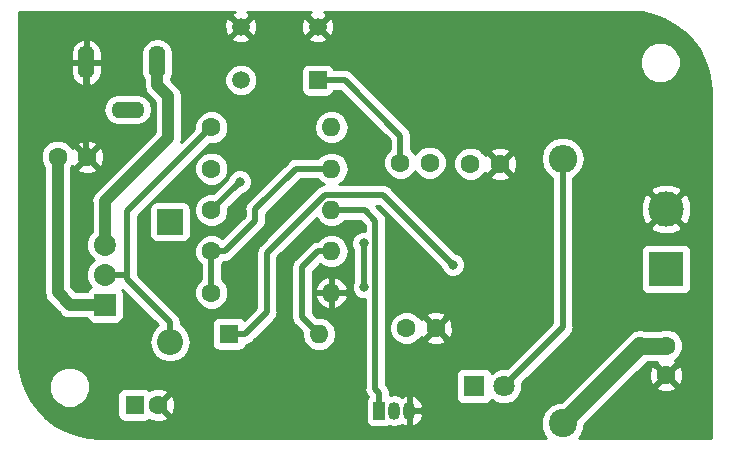
<source format=gbr>
G04 #@! TF.GenerationSoftware,KiCad,Pcbnew,(5.0.1)-3*
G04 #@! TF.CreationDate,2021-02-18T11:14:39+05:45*
G04 #@! TF.ProjectId,Battery-Charger,426174746572792D436861726765722E,rev?*
G04 #@! TF.SameCoordinates,Original*
G04 #@! TF.FileFunction,Copper,L2,Bot,Signal*
G04 #@! TF.FilePolarity,Positive*
%FSLAX46Y46*%
G04 Gerber Fmt 4.6, Leading zero omitted, Abs format (unit mm)*
G04 Created by KiCad (PCBNEW (5.0.1)-3) date 2/18/2021 11:14:39 AM*
%MOMM*%
%LPD*%
G01*
G04 APERTURE LIST*
G04 #@! TA.AperFunction,ComponentPad*
%ADD10C,1.600000*%
G04 #@! TD*
G04 #@! TA.AperFunction,ComponentPad*
%ADD11R,1.600000X1.600000*%
G04 #@! TD*
G04 #@! TA.AperFunction,ComponentPad*
%ADD12R,2.200000X2.200000*%
G04 #@! TD*
G04 #@! TA.AperFunction,ComponentPad*
%ADD13O,2.200000X2.200000*%
G04 #@! TD*
G04 #@! TA.AperFunction,ComponentPad*
%ADD14R,1.800000X1.800000*%
G04 #@! TD*
G04 #@! TA.AperFunction,ComponentPad*
%ADD15C,1.800000*%
G04 #@! TD*
G04 #@! TA.AperFunction,ComponentPad*
%ADD16O,1.600000X1.600000*%
G04 #@! TD*
G04 #@! TA.AperFunction,ComponentPad*
%ADD17R,3.000000X3.000000*%
G04 #@! TD*
G04 #@! TA.AperFunction,ComponentPad*
%ADD18C,3.000000*%
G04 #@! TD*
G04 #@! TA.AperFunction,ComponentPad*
%ADD19O,1.400000X2.800000*%
G04 #@! TD*
G04 #@! TA.AperFunction,ComponentPad*
%ADD20O,2.800000X1.400000*%
G04 #@! TD*
G04 #@! TA.AperFunction,ComponentPad*
%ADD21O,1.050000X1.500000*%
G04 #@! TD*
G04 #@! TA.AperFunction,ComponentPad*
%ADD22R,1.050000X1.500000*%
G04 #@! TD*
G04 #@! TA.AperFunction,ComponentPad*
%ADD23R,1.860000X1.860000*%
G04 #@! TD*
G04 #@! TA.AperFunction,ComponentPad*
%ADD24C,1.860000*%
G04 #@! TD*
G04 #@! TA.AperFunction,ComponentPad*
%ADD25C,1.498000*%
G04 #@! TD*
G04 #@! TA.AperFunction,ComponentPad*
%ADD26R,1.498000X1.498000*%
G04 #@! TD*
G04 #@! TA.AperFunction,ComponentPad*
%ADD27C,2.400000*%
G04 #@! TD*
G04 #@! TA.AperFunction,ComponentPad*
%ADD28O,2.400000X2.400000*%
G04 #@! TD*
G04 #@! TA.AperFunction,ViaPad*
%ADD29C,0.800000*%
G04 #@! TD*
G04 #@! TA.AperFunction,Conductor*
%ADD30C,0.550000*%
G04 #@! TD*
G04 #@! TA.AperFunction,Conductor*
%ADD31C,1.000000*%
G04 #@! TD*
G04 #@! TA.AperFunction,Conductor*
%ADD32C,1.500000*%
G04 #@! TD*
G04 #@! TA.AperFunction,Conductor*
%ADD33C,1.400000*%
G04 #@! TD*
G04 #@! TA.AperFunction,Conductor*
%ADD34C,0.254000*%
G04 #@! TD*
G04 APERTURE END LIST*
D10*
G04 #@! TO.P,C1,2*
G04 #@! TO.N,GND*
X132500000Y-101500000D03*
D11*
G04 #@! TO.P,C1,1*
G04 #@! TO.N,Net-(C1-Pad1)*
X130500000Y-101500000D03*
G04 #@! TD*
D12*
G04 #@! TO.P,D1,1*
G04 #@! TO.N,Net-(D1-Pad1)*
X133500000Y-86000000D03*
D13*
G04 #@! TO.P,D1,2*
G04 #@! TO.N,Net-(C1-Pad1)*
X133500000Y-96160000D03*
G04 #@! TD*
D14*
G04 #@! TO.P,D2,1*
G04 #@! TO.N,Net-(D2-Pad1)*
X159230000Y-99920000D03*
D15*
G04 #@! TO.P,D2,2*
G04 #@! TO.N,Net-(C1-Pad1)*
X161770000Y-99920000D03*
G04 #@! TD*
D11*
G04 #@! TO.P,D3,1*
G04 #@! TO.N,Net-(D3-Pad1)*
X138500000Y-95500000D03*
D16*
G04 #@! TO.P,D3,2*
G04 #@! TO.N,Net-(D3-Pad2)*
X146120000Y-95500000D03*
G04 #@! TD*
D17*
G04 #@! TO.P,J1,1*
G04 #@! TO.N,Net-(C3-Pad1)*
X175500000Y-90000000D03*
D18*
G04 #@! TO.P,J1,2*
G04 #@! TO.N,GND*
X175500000Y-84920000D03*
G04 #@! TD*
D19*
G04 #@! TO.P,J2,2*
G04 #@! TO.N,GND*
X126420000Y-72500000D03*
G04 #@! TO.P,J2,1*
G04 #@! TO.N,Net-(D1-Pad1)*
X132420000Y-72500000D03*
D20*
G04 #@! TO.P,J2,3*
G04 #@! TO.N,N/C*
X129920000Y-76500000D03*
G04 #@! TD*
D21*
G04 #@! TO.P,Q1,2*
G04 #@! TO.N,Net-(D3-Pad2)*
X152500000Y-102000000D03*
G04 #@! TO.P,Q1,3*
G04 #@! TO.N,GND*
X153770000Y-102000000D03*
D22*
G04 #@! TO.P,Q1,1*
G04 #@! TO.N,Net-(Q1-Pad1)*
X151230000Y-102000000D03*
G04 #@! TD*
D16*
G04 #@! TO.P,R2,2*
G04 #@! TO.N,Net-(C5-Pad1)*
X147160000Y-78000000D03*
D10*
G04 #@! TO.P,R2,1*
G04 #@! TO.N,Net-(C1-Pad1)*
X137000000Y-78000000D03*
G04 #@! TD*
G04 #@! TO.P,R3,1*
G04 #@! TO.N,Net-(C5-Pad1)*
X137000000Y-81500000D03*
D16*
G04 #@! TO.P,R3,2*
G04 #@! TO.N,Net-(C2-Pad1)*
X147160000Y-81500000D03*
G04 #@! TD*
D10*
G04 #@! TO.P,R4,1*
G04 #@! TO.N,Net-(D2-Pad1)*
X137000000Y-85000000D03*
D16*
G04 #@! TO.P,R4,2*
G04 #@! TO.N,Net-(Q1-Pad1)*
X147160000Y-85000000D03*
G04 #@! TD*
D10*
G04 #@! TO.P,R5,1*
G04 #@! TO.N,Net-(C2-Pad1)*
X137000000Y-88500000D03*
D16*
G04 #@! TO.P,R5,2*
G04 #@! TO.N,Net-(D3-Pad2)*
X147160000Y-88500000D03*
G04 #@! TD*
G04 #@! TO.P,R6,2*
G04 #@! TO.N,GND*
X147160000Y-92000000D03*
D10*
G04 #@! TO.P,R6,1*
G04 #@! TO.N,Net-(C2-Pad1)*
X137000000Y-92000000D03*
G04 #@! TD*
D23*
G04 #@! TO.P,U1,1*
G04 #@! TO.N,Net-(C2-Pad1)*
X128000000Y-93040000D03*
D24*
G04 #@! TO.P,U1,2*
G04 #@! TO.N,Net-(C1-Pad1)*
X128000000Y-90500000D03*
G04 #@! TO.P,U1,3*
G04 #@! TO.N,Net-(D1-Pad1)*
X128000000Y-87960000D03*
G04 #@! TD*
D10*
G04 #@! TO.P,C2,1*
G04 #@! TO.N,Net-(C2-Pad1)*
X124000000Y-80500000D03*
G04 #@! TO.P,C2,2*
G04 #@! TO.N,GND*
X126500000Y-80500000D03*
G04 #@! TD*
G04 #@! TO.P,C3,1*
G04 #@! TO.N,Net-(C3-Pad1)*
X175500000Y-96500000D03*
G04 #@! TO.P,C3,2*
G04 #@! TO.N,GND*
X175500000Y-99000000D03*
G04 #@! TD*
G04 #@! TO.P,C4,2*
G04 #@! TO.N,Net-(C4-Pad2)*
X155500000Y-81000000D03*
G04 #@! TO.P,C4,1*
G04 #@! TO.N,Net-(C4-Pad1)*
X153000000Y-81000000D03*
G04 #@! TD*
D25*
G04 #@! TO.P,SW1,3*
G04 #@! TO.N,GND*
X146000000Y-69500000D03*
D26*
G04 #@! TO.P,SW1,1*
G04 #@! TO.N,Net-(C4-Pad1)*
X146000000Y-74000000D03*
D25*
G04 #@! TO.P,SW1,4*
G04 #@! TO.N,GND*
X139500000Y-69500000D03*
G04 #@! TO.P,SW1,2*
G04 #@! TO.N,Net-(C4-Pad1)*
X139500000Y-74000000D03*
G04 #@! TD*
D27*
G04 #@! TO.P,R1,1*
G04 #@! TO.N,Net-(C3-Pad1)*
X166750000Y-103070000D03*
D28*
G04 #@! TO.P,R1,2*
G04 #@! TO.N,Net-(C1-Pad1)*
X166750000Y-80670000D03*
G04 #@! TD*
D10*
G04 #@! TO.P,C5,2*
G04 #@! TO.N,GND*
X156000000Y-95000000D03*
G04 #@! TO.P,C5,1*
G04 #@! TO.N,Net-(C5-Pad1)*
X153500000Y-95000000D03*
G04 #@! TD*
G04 #@! TO.P,C6,1*
G04 #@! TO.N,Net-(C1-Pad1)*
X158940000Y-81090000D03*
G04 #@! TO.P,C6,2*
G04 #@! TO.N,GND*
X161440000Y-81090000D03*
G04 #@! TD*
D29*
G04 #@! TO.N,Net-(D2-Pad1)*
X139400000Y-82610000D03*
G04 #@! TO.N,Net-(D3-Pad1)*
X157458500Y-89635000D03*
G04 #@! TO.N,Net-(C5-Pad1)*
X149930000Y-91540000D03*
X149893719Y-87806281D03*
G04 #@! TD*
D30*
G04 #@! TO.N,GND*
X126420000Y-72500000D02*
X126420000Y-80420000D01*
X126420000Y-80420000D02*
X126500000Y-80500000D01*
G04 #@! TO.N,Net-(C1-Pad1)*
X129874600Y-90500000D02*
X129874600Y-90884600D01*
X129874600Y-90884600D02*
X133500000Y-94510000D01*
X137000000Y-78000000D02*
X129874600Y-85125400D01*
X129874600Y-85125400D02*
X129874600Y-90500000D01*
X129874600Y-90500000D02*
X128000000Y-90500000D01*
X166750000Y-80670000D02*
X166750000Y-94940000D01*
X166750000Y-94940000D02*
X161770000Y-99920000D01*
X133500000Y-96160000D02*
X133500000Y-94510000D01*
G04 #@! TO.N,Net-(C2-Pad1)*
X137000000Y-88500000D02*
X137000000Y-92000000D01*
D31*
X128000000Y-93040000D02*
X125050000Y-93040000D01*
X124000000Y-91990000D02*
X124000000Y-87450000D01*
X125050000Y-93040000D02*
X124000000Y-91990000D01*
X124000000Y-87450000D02*
X124000000Y-80500000D01*
D30*
X138131370Y-88500000D02*
X140730000Y-85901370D01*
X137000000Y-88500000D02*
X138131370Y-88500000D01*
X140730000Y-84960000D02*
X144190000Y-81500000D01*
X140730000Y-85901370D02*
X140730000Y-84960000D01*
X144190000Y-81500000D02*
X147160000Y-81500000D01*
D32*
G04 #@! TO.N,Net-(C3-Pad1)*
X166750000Y-103070000D02*
X173320000Y-96500000D01*
D33*
X173320000Y-96500000D02*
X175500000Y-96500000D01*
D30*
G04 #@! TO.N,Net-(C4-Pad1)*
X146000000Y-74000000D02*
X148290000Y-74000000D01*
X153000000Y-78710000D02*
X153000000Y-81000000D01*
X148290000Y-74000000D02*
X153000000Y-78710000D01*
D31*
G04 #@! TO.N,Net-(D1-Pad1)*
X132420000Y-74450000D02*
X133360000Y-75390000D01*
X132420000Y-72500000D02*
X132420000Y-74450000D01*
X133360000Y-75390000D02*
X133360000Y-78910000D01*
X128000000Y-84270000D02*
X128000000Y-87960000D01*
X133360000Y-78910000D02*
X128000000Y-84270000D01*
D30*
G04 #@! TO.N,Net-(D2-Pad1)*
X137000000Y-85000000D02*
X137010000Y-85000000D01*
X137010000Y-85000000D02*
X139400000Y-82610000D01*
G04 #@! TO.N,Net-(D3-Pad1)*
X151541500Y-83718000D02*
X157458500Y-89635000D01*
X146614300Y-83718000D02*
X151541500Y-83718000D01*
X141690000Y-88642300D02*
X146614300Y-83718000D01*
X141690000Y-93660000D02*
X141690000Y-88642300D01*
X139850000Y-95500000D02*
X141690000Y-93660000D01*
X138500000Y-95500000D02*
X139850000Y-95500000D01*
G04 #@! TO.N,Net-(D3-Pad2)*
X146028630Y-88500000D02*
X144690000Y-89838630D01*
X147160000Y-88500000D02*
X146028630Y-88500000D01*
X144690000Y-94070000D02*
X146120000Y-95500000D01*
X144690000Y-89838630D02*
X144690000Y-94070000D01*
G04 #@! TO.N,Net-(Q1-Pad1)*
X151230000Y-100490000D02*
X151230000Y-102000000D01*
X150900000Y-100160000D02*
X151230000Y-100490000D01*
X150900000Y-85900000D02*
X150900000Y-100160000D01*
X150000000Y-85000000D02*
X150900000Y-85900000D01*
X147160000Y-85000000D02*
X150000000Y-85000000D01*
G04 #@! TO.N,Net-(C5-Pad1)*
X149930000Y-91540000D02*
X149930000Y-87842562D01*
X149930000Y-87842562D02*
X149893719Y-87806281D01*
G04 #@! TD*
D34*
G04 #@! TO.N,GND*
G36*
X138776679Y-68288370D02*
X138708813Y-68529207D01*
X139500000Y-69320395D01*
X140291187Y-68529207D01*
X140223321Y-68288370D01*
X140003068Y-68210000D01*
X145465879Y-68210000D01*
X145276679Y-68288370D01*
X145208813Y-68529207D01*
X146000000Y-69320395D01*
X146791187Y-68529207D01*
X146723321Y-68288370D01*
X146503068Y-68210000D01*
X172474281Y-68210000D01*
X173479908Y-68282967D01*
X174439294Y-68494780D01*
X175358047Y-68842864D01*
X176216931Y-69319931D01*
X176997953Y-69915988D01*
X177684751Y-70618548D01*
X178262934Y-71412889D01*
X178720391Y-72282374D01*
X179047546Y-73208797D01*
X179238318Y-74176700D01*
X179290000Y-75021698D01*
X179290001Y-104290000D01*
X168125082Y-104290000D01*
X168305638Y-104109444D01*
X168585000Y-103435004D01*
X168585000Y-103193685D01*
X171770940Y-100007745D01*
X174671861Y-100007745D01*
X174745995Y-100253864D01*
X175283223Y-100446965D01*
X175853454Y-100419778D01*
X176254005Y-100253864D01*
X176328139Y-100007745D01*
X175500000Y-99179605D01*
X174671861Y-100007745D01*
X171770940Y-100007745D01*
X172995462Y-98783223D01*
X174053035Y-98783223D01*
X174080222Y-99353454D01*
X174246136Y-99754005D01*
X174492255Y-99828139D01*
X175320395Y-99000000D01*
X175679605Y-99000000D01*
X176507745Y-99828139D01*
X176753864Y-99754005D01*
X176946965Y-99216777D01*
X176919778Y-98646546D01*
X176753864Y-98245995D01*
X176507745Y-98171861D01*
X175679605Y-99000000D01*
X175320395Y-99000000D01*
X174492255Y-98171861D01*
X174246136Y-98245995D01*
X174053035Y-98783223D01*
X172995462Y-98783223D01*
X173943686Y-97835000D01*
X174719228Y-97835000D01*
X174671861Y-97992255D01*
X175500000Y-98820395D01*
X176328139Y-97992255D01*
X176254005Y-97746136D01*
X176247254Y-97743710D01*
X176312862Y-97716534D01*
X176716534Y-97312862D01*
X176935000Y-96785439D01*
X176935000Y-96214561D01*
X176716534Y-95687138D01*
X176312862Y-95283466D01*
X175785439Y-95065000D01*
X175214561Y-95065000D01*
X174973140Y-95165000D01*
X173707770Y-95165000D01*
X173319999Y-95087867D01*
X172779599Y-95195360D01*
X172437111Y-95424203D01*
X166626315Y-101235000D01*
X166384996Y-101235000D01*
X165710556Y-101514362D01*
X165194362Y-102030556D01*
X164915000Y-102704996D01*
X164915000Y-103435004D01*
X165194362Y-104109444D01*
X165374918Y-104290000D01*
X127525719Y-104290000D01*
X126520093Y-104217033D01*
X125560710Y-104005222D01*
X124641953Y-103657136D01*
X123783069Y-103180069D01*
X123002046Y-102584011D01*
X122315249Y-101881452D01*
X121737068Y-101087113D01*
X121279609Y-100217625D01*
X121080885Y-99654887D01*
X123265000Y-99654887D01*
X123265000Y-100345113D01*
X123529138Y-100982799D01*
X124017201Y-101470862D01*
X124654887Y-101735000D01*
X125345113Y-101735000D01*
X125982799Y-101470862D01*
X126470862Y-100982799D01*
X126588001Y-100700000D01*
X129052560Y-100700000D01*
X129052560Y-102300000D01*
X129101843Y-102547765D01*
X129242191Y-102757809D01*
X129452235Y-102898157D01*
X129700000Y-102947440D01*
X131300000Y-102947440D01*
X131547765Y-102898157D01*
X131757516Y-102758005D01*
X132283223Y-102946965D01*
X132853454Y-102919778D01*
X133254005Y-102753864D01*
X133328139Y-102507745D01*
X132500000Y-101679605D01*
X132485858Y-101693748D01*
X132306253Y-101514143D01*
X132320395Y-101500000D01*
X132679605Y-101500000D01*
X133507745Y-102328139D01*
X133753864Y-102254005D01*
X133946965Y-101716777D01*
X133919778Y-101146546D01*
X133753864Y-100745995D01*
X133507745Y-100671861D01*
X132679605Y-101500000D01*
X132320395Y-101500000D01*
X132306253Y-101485858D01*
X132485858Y-101306252D01*
X132500000Y-101320395D01*
X133328139Y-100492255D01*
X133254005Y-100246136D01*
X132716777Y-100053035D01*
X132146546Y-100080222D01*
X131756933Y-100241605D01*
X131547765Y-100101843D01*
X131300000Y-100052560D01*
X129700000Y-100052560D01*
X129452235Y-100101843D01*
X129242191Y-100242191D01*
X129101843Y-100452235D01*
X129052560Y-100700000D01*
X126588001Y-100700000D01*
X126735000Y-100345113D01*
X126735000Y-99654887D01*
X126470862Y-99017201D01*
X125982799Y-98529138D01*
X125345113Y-98265000D01*
X124654887Y-98265000D01*
X124017201Y-98529138D01*
X123529138Y-99017201D01*
X123265000Y-99654887D01*
X121080885Y-99654887D01*
X120952454Y-99291203D01*
X120761682Y-98323300D01*
X120710000Y-97478302D01*
X120710000Y-80214561D01*
X122565000Y-80214561D01*
X122565000Y-80785439D01*
X122783466Y-81312862D01*
X122865001Y-81394397D01*
X122865000Y-87561782D01*
X122865001Y-87561787D01*
X122865000Y-91878217D01*
X122842765Y-91990000D01*
X122888855Y-92221711D01*
X122930854Y-92432854D01*
X123181711Y-92808289D01*
X123276481Y-92871613D01*
X124168389Y-93763521D01*
X124231711Y-93858289D01*
X124607145Y-94109146D01*
X124938217Y-94175000D01*
X125049999Y-94197235D01*
X125161781Y-94175000D01*
X126463337Y-94175000D01*
X126471843Y-94217765D01*
X126612191Y-94427809D01*
X126822235Y-94568157D01*
X127070000Y-94617440D01*
X128930000Y-94617440D01*
X129177765Y-94568157D01*
X129387809Y-94427809D01*
X129528157Y-94217765D01*
X129577440Y-93970000D01*
X129577440Y-92110000D01*
X129528157Y-91862235D01*
X129453358Y-91750291D01*
X132466777Y-94763711D01*
X132249135Y-94909135D01*
X131865666Y-95483037D01*
X131731010Y-96160000D01*
X131865666Y-96836963D01*
X132249135Y-97410865D01*
X132823037Y-97794334D01*
X133329120Y-97895000D01*
X133670880Y-97895000D01*
X134176963Y-97794334D01*
X134750865Y-97410865D01*
X135134334Y-96836963D01*
X135268990Y-96160000D01*
X135134334Y-95483037D01*
X134750865Y-94909135D01*
X134410000Y-94681376D01*
X134410000Y-94599622D01*
X134427827Y-94510000D01*
X134357200Y-94154936D01*
X134326604Y-94109146D01*
X134156073Y-93853927D01*
X134080093Y-93803159D01*
X130798197Y-90521264D01*
X130802427Y-90500000D01*
X130784600Y-90410378D01*
X130784600Y-88214561D01*
X135565000Y-88214561D01*
X135565000Y-88785439D01*
X135783466Y-89312862D01*
X136090000Y-89619396D01*
X136090001Y-90880603D01*
X135783466Y-91187138D01*
X135565000Y-91714561D01*
X135565000Y-92285439D01*
X135783466Y-92812862D01*
X136187138Y-93216534D01*
X136714561Y-93435000D01*
X137285439Y-93435000D01*
X137812862Y-93216534D01*
X138216534Y-92812862D01*
X138435000Y-92285439D01*
X138435000Y-91714561D01*
X138216534Y-91187138D01*
X137910000Y-90880604D01*
X137910000Y-89619396D01*
X138106513Y-89422883D01*
X138131370Y-89427827D01*
X138220992Y-89410000D01*
X138486434Y-89357200D01*
X138787443Y-89156073D01*
X138838213Y-89080090D01*
X141310093Y-86608211D01*
X141386073Y-86557443D01*
X141587200Y-86256434D01*
X141640000Y-85990992D01*
X141640000Y-85990991D01*
X141657827Y-85901370D01*
X141640000Y-85811748D01*
X141640000Y-85336933D01*
X144566934Y-82410000D01*
X146042183Y-82410000D01*
X146125423Y-82534577D01*
X146532347Y-82806475D01*
X146524678Y-82808000D01*
X146259236Y-82860800D01*
X145958227Y-83061927D01*
X145907459Y-83137907D01*
X141109908Y-87935459D01*
X141033928Y-87986227D01*
X140927882Y-88144937D01*
X140832800Y-88287237D01*
X140762173Y-88642300D01*
X140780001Y-88731927D01*
X140780000Y-93283066D01*
X139783070Y-94279997D01*
X139757809Y-94242191D01*
X139547765Y-94101843D01*
X139300000Y-94052560D01*
X137700000Y-94052560D01*
X137452235Y-94101843D01*
X137242191Y-94242191D01*
X137101843Y-94452235D01*
X137052560Y-94700000D01*
X137052560Y-96300000D01*
X137101843Y-96547765D01*
X137242191Y-96757809D01*
X137452235Y-96898157D01*
X137700000Y-96947440D01*
X139300000Y-96947440D01*
X139547765Y-96898157D01*
X139757809Y-96757809D01*
X139898157Y-96547765D01*
X139924981Y-96412912D01*
X139939622Y-96410000D01*
X140205064Y-96357200D01*
X140506073Y-96156073D01*
X140556843Y-96080090D01*
X142270093Y-94366841D01*
X142346073Y-94316073D01*
X142547200Y-94015064D01*
X142600000Y-93749622D01*
X142600000Y-93749621D01*
X142617827Y-93660000D01*
X142600000Y-93570378D01*
X142600000Y-89838630D01*
X143762173Y-89838630D01*
X143780000Y-89928252D01*
X143780001Y-93980374D01*
X143762173Y-94070000D01*
X143832800Y-94425063D01*
X143832801Y-94425064D01*
X144033928Y-94726073D01*
X144109908Y-94776841D01*
X144686117Y-95353051D01*
X144656887Y-95500000D01*
X144768260Y-96059909D01*
X145085423Y-96534577D01*
X145560091Y-96851740D01*
X145978667Y-96935000D01*
X146261333Y-96935000D01*
X146679909Y-96851740D01*
X147154577Y-96534577D01*
X147471740Y-96059909D01*
X147583113Y-95500000D01*
X147471740Y-94940091D01*
X147154577Y-94465423D01*
X146679909Y-94148260D01*
X146261333Y-94065000D01*
X145978667Y-94065000D01*
X145973051Y-94066117D01*
X145600000Y-93693067D01*
X145600000Y-92349039D01*
X145768096Y-92349039D01*
X145928959Y-92737423D01*
X146304866Y-93152389D01*
X146810959Y-93391914D01*
X147033000Y-93270629D01*
X147033000Y-92127000D01*
X147287000Y-92127000D01*
X147287000Y-93270629D01*
X147509041Y-93391914D01*
X148015134Y-93152389D01*
X148391041Y-92737423D01*
X148551904Y-92349039D01*
X148429915Y-92127000D01*
X147287000Y-92127000D01*
X147033000Y-92127000D01*
X145890085Y-92127000D01*
X145768096Y-92349039D01*
X145600000Y-92349039D01*
X145600000Y-91650961D01*
X145768096Y-91650961D01*
X145890085Y-91873000D01*
X147033000Y-91873000D01*
X147033000Y-90729371D01*
X147287000Y-90729371D01*
X147287000Y-91873000D01*
X148429915Y-91873000D01*
X148551904Y-91650961D01*
X148391041Y-91262577D01*
X148015134Y-90847611D01*
X147509041Y-90608086D01*
X147287000Y-90729371D01*
X147033000Y-90729371D01*
X146810959Y-90608086D01*
X146304866Y-90847611D01*
X145928959Y-91262577D01*
X145768096Y-91650961D01*
X145600000Y-91650961D01*
X145600000Y-90215563D01*
X146218677Y-89596887D01*
X146600091Y-89851740D01*
X147018667Y-89935000D01*
X147301333Y-89935000D01*
X147719909Y-89851740D01*
X148194577Y-89534577D01*
X148511740Y-89059909D01*
X148623113Y-88500000D01*
X148511740Y-87940091D01*
X148194577Y-87465423D01*
X147719909Y-87148260D01*
X147301333Y-87065000D01*
X147018667Y-87065000D01*
X146600091Y-87148260D01*
X146125423Y-87465423D01*
X146051107Y-87576644D01*
X146028630Y-87572173D01*
X145939008Y-87590000D01*
X145673566Y-87642800D01*
X145372557Y-87843927D01*
X145321790Y-87919906D01*
X144109910Y-89131787D01*
X144033927Y-89182557D01*
X143881956Y-89410000D01*
X143832800Y-89483567D01*
X143762173Y-89838630D01*
X142600000Y-89838630D01*
X142600000Y-89019233D01*
X145908822Y-85710411D01*
X146125423Y-86034577D01*
X146600091Y-86351740D01*
X147018667Y-86435000D01*
X147301333Y-86435000D01*
X147719909Y-86351740D01*
X148194577Y-86034577D01*
X148277817Y-85910000D01*
X149623067Y-85910000D01*
X149990000Y-86276934D01*
X149990000Y-86771281D01*
X149687845Y-86771281D01*
X149307439Y-86928850D01*
X149016288Y-87220001D01*
X148858719Y-87600407D01*
X148858719Y-88012155D01*
X149016288Y-88392561D01*
X149020001Y-88396274D01*
X149020000Y-91032348D01*
X148895000Y-91334126D01*
X148895000Y-91745874D01*
X149052569Y-92126280D01*
X149343720Y-92417431D01*
X149724126Y-92575000D01*
X149990000Y-92575000D01*
X149990001Y-100070373D01*
X149972173Y-100160000D01*
X150042800Y-100515063D01*
X150101264Y-100602560D01*
X150237581Y-100806574D01*
X150106843Y-101002235D01*
X150057560Y-101250000D01*
X150057560Y-102750000D01*
X150106843Y-102997765D01*
X150247191Y-103207809D01*
X150457235Y-103348157D01*
X150705000Y-103397440D01*
X151755000Y-103397440D01*
X152002765Y-103348157D01*
X152048134Y-103317842D01*
X152500000Y-103407725D01*
X152952609Y-103317695D01*
X153144996Y-103189146D01*
X153402664Y-103335266D01*
X153464190Y-103343964D01*
X153643000Y-103218163D01*
X153643000Y-102424709D01*
X153660000Y-102339245D01*
X153660000Y-102127000D01*
X153897000Y-102127000D01*
X153897000Y-103218163D01*
X154075810Y-103343964D01*
X154137336Y-103335266D01*
X154534255Y-103110179D01*
X154814823Y-102750331D01*
X154936326Y-102310506D01*
X154776593Y-102127000D01*
X153897000Y-102127000D01*
X153660000Y-102127000D01*
X153660000Y-101660754D01*
X153643000Y-101575290D01*
X153643000Y-100781837D01*
X153897000Y-100781837D01*
X153897000Y-101873000D01*
X154776593Y-101873000D01*
X154936326Y-101689494D01*
X154814823Y-101249669D01*
X154534255Y-100889821D01*
X154137336Y-100664734D01*
X154075810Y-100656036D01*
X153897000Y-100781837D01*
X153643000Y-100781837D01*
X153464190Y-100656036D01*
X153402664Y-100664734D01*
X153144996Y-100810854D01*
X152952608Y-100682305D01*
X152500000Y-100592275D01*
X152140000Y-100663884D01*
X152140000Y-100579616D01*
X152157826Y-100489999D01*
X152140000Y-100400382D01*
X152140000Y-100400378D01*
X152087200Y-100134936D01*
X151886073Y-99833927D01*
X151810093Y-99783159D01*
X151810000Y-99783066D01*
X151810000Y-99020000D01*
X157682560Y-99020000D01*
X157682560Y-100820000D01*
X157731843Y-101067765D01*
X157872191Y-101277809D01*
X158082235Y-101418157D01*
X158330000Y-101467440D01*
X160130000Y-101467440D01*
X160377765Y-101418157D01*
X160587809Y-101277809D01*
X160728157Y-101067765D01*
X160731275Y-101052092D01*
X160900493Y-101221310D01*
X161464670Y-101455000D01*
X162075330Y-101455000D01*
X162639507Y-101221310D01*
X163071310Y-100789507D01*
X163305000Y-100225330D01*
X163305000Y-99671933D01*
X167330093Y-95646841D01*
X167406073Y-95596073D01*
X167607200Y-95295064D01*
X167660000Y-95029622D01*
X167677827Y-94940000D01*
X167660000Y-94850378D01*
X167660000Y-88500000D01*
X173352560Y-88500000D01*
X173352560Y-91500000D01*
X173401843Y-91747765D01*
X173542191Y-91957809D01*
X173752235Y-92098157D01*
X174000000Y-92147440D01*
X177000000Y-92147440D01*
X177247765Y-92098157D01*
X177457809Y-91957809D01*
X177598157Y-91747765D01*
X177647440Y-91500000D01*
X177647440Y-88500000D01*
X177598157Y-88252235D01*
X177457809Y-88042191D01*
X177247765Y-87901843D01*
X177000000Y-87852560D01*
X174000000Y-87852560D01*
X173752235Y-87901843D01*
X173542191Y-88042191D01*
X173401843Y-88252235D01*
X173352560Y-88500000D01*
X167660000Y-88500000D01*
X167660000Y-86433970D01*
X174165635Y-86433970D01*
X174325418Y-86752739D01*
X175116187Y-87062723D01*
X175965387Y-87046497D01*
X176674582Y-86752739D01*
X176834365Y-86433970D01*
X175500000Y-85099605D01*
X174165635Y-86433970D01*
X167660000Y-86433970D01*
X167660000Y-84536187D01*
X173357277Y-84536187D01*
X173373503Y-85385387D01*
X173667261Y-86094582D01*
X173986030Y-86254365D01*
X175320395Y-84920000D01*
X175679605Y-84920000D01*
X177013970Y-86254365D01*
X177332739Y-86094582D01*
X177642723Y-85303813D01*
X177626497Y-84454613D01*
X177332739Y-83745418D01*
X177013970Y-83585635D01*
X175679605Y-84920000D01*
X175320395Y-84920000D01*
X173986030Y-83585635D01*
X173667261Y-83745418D01*
X173357277Y-84536187D01*
X167660000Y-84536187D01*
X167660000Y-83406030D01*
X174165635Y-83406030D01*
X175500000Y-84740395D01*
X176834365Y-83406030D01*
X176674582Y-83087261D01*
X175883813Y-82777277D01*
X175034613Y-82793503D01*
X174325418Y-83087261D01*
X174165635Y-83406030D01*
X167660000Y-83406030D01*
X167660000Y-82268892D01*
X168072961Y-81992961D01*
X168478531Y-81385981D01*
X168620949Y-80670000D01*
X168478531Y-79954019D01*
X168072961Y-79347039D01*
X167465981Y-78941469D01*
X166930727Y-78835000D01*
X166569273Y-78835000D01*
X166034019Y-78941469D01*
X165427039Y-79347039D01*
X165021469Y-79954019D01*
X164879051Y-80670000D01*
X165021469Y-81385981D01*
X165427039Y-81992961D01*
X165840000Y-82268892D01*
X165840001Y-94563065D01*
X162018067Y-98385000D01*
X161464670Y-98385000D01*
X160900493Y-98618690D01*
X160731275Y-98787908D01*
X160728157Y-98772235D01*
X160587809Y-98562191D01*
X160377765Y-98421843D01*
X160130000Y-98372560D01*
X158330000Y-98372560D01*
X158082235Y-98421843D01*
X157872191Y-98562191D01*
X157731843Y-98772235D01*
X157682560Y-99020000D01*
X151810000Y-99020000D01*
X151810000Y-94714561D01*
X152065000Y-94714561D01*
X152065000Y-95285439D01*
X152283466Y-95812862D01*
X152687138Y-96216534D01*
X153214561Y-96435000D01*
X153785439Y-96435000D01*
X154312862Y-96216534D01*
X154521651Y-96007745D01*
X155171861Y-96007745D01*
X155245995Y-96253864D01*
X155783223Y-96446965D01*
X156353454Y-96419778D01*
X156754005Y-96253864D01*
X156828139Y-96007745D01*
X156000000Y-95179605D01*
X155171861Y-96007745D01*
X154521651Y-96007745D01*
X154716534Y-95812862D01*
X154743525Y-95747701D01*
X154746136Y-95754005D01*
X154992255Y-95828139D01*
X155820395Y-95000000D01*
X156179605Y-95000000D01*
X157007745Y-95828139D01*
X157253864Y-95754005D01*
X157446965Y-95216777D01*
X157419778Y-94646546D01*
X157253864Y-94245995D01*
X157007745Y-94171861D01*
X156179605Y-95000000D01*
X155820395Y-95000000D01*
X154992255Y-94171861D01*
X154746136Y-94245995D01*
X154743710Y-94252746D01*
X154716534Y-94187138D01*
X154521651Y-93992255D01*
X155171861Y-93992255D01*
X156000000Y-94820395D01*
X156828139Y-93992255D01*
X156754005Y-93746136D01*
X156216777Y-93553035D01*
X155646546Y-93580222D01*
X155245995Y-93746136D01*
X155171861Y-93992255D01*
X154521651Y-93992255D01*
X154312862Y-93783466D01*
X153785439Y-93565000D01*
X153214561Y-93565000D01*
X152687138Y-93783466D01*
X152283466Y-94187138D01*
X152065000Y-94714561D01*
X151810000Y-94714561D01*
X151810000Y-85989620D01*
X151827827Y-85899999D01*
X151804250Y-85781472D01*
X151757200Y-85544936D01*
X151556073Y-85243927D01*
X151480093Y-85193159D01*
X150914933Y-84628000D01*
X151164567Y-84628000D01*
X156456069Y-89919503D01*
X156581069Y-90221280D01*
X156872220Y-90512431D01*
X157252626Y-90670000D01*
X157664374Y-90670000D01*
X158044780Y-90512431D01*
X158335931Y-90221280D01*
X158493500Y-89840874D01*
X158493500Y-89429126D01*
X158335931Y-89048720D01*
X158044780Y-88757569D01*
X157743003Y-88632569D01*
X152248343Y-83137910D01*
X152197573Y-83061927D01*
X151896564Y-82860800D01*
X151631122Y-82808000D01*
X151541500Y-82790173D01*
X151451878Y-82808000D01*
X147785371Y-82808000D01*
X148194577Y-82534577D01*
X148511740Y-82059909D01*
X148623113Y-81500000D01*
X148511740Y-80940091D01*
X148194577Y-80465423D01*
X147719909Y-80148260D01*
X147301333Y-80065000D01*
X147018667Y-80065000D01*
X146600091Y-80148260D01*
X146125423Y-80465423D01*
X146042183Y-80590000D01*
X144279622Y-80590000D01*
X144190000Y-80572173D01*
X144100378Y-80590000D01*
X143834936Y-80642800D01*
X143533927Y-80843927D01*
X143483159Y-80919907D01*
X140149908Y-84253159D01*
X140073928Y-84303927D01*
X139981543Y-84442191D01*
X139872800Y-84604937D01*
X139802173Y-84960000D01*
X139820001Y-85049626D01*
X139820000Y-85524436D01*
X137936916Y-87407520D01*
X137812862Y-87283466D01*
X137285439Y-87065000D01*
X136714561Y-87065000D01*
X136187138Y-87283466D01*
X135783466Y-87687138D01*
X135565000Y-88214561D01*
X130784600Y-88214561D01*
X130784600Y-85502333D01*
X131386933Y-84900000D01*
X131752560Y-84900000D01*
X131752560Y-87100000D01*
X131801843Y-87347765D01*
X131942191Y-87557809D01*
X132152235Y-87698157D01*
X132400000Y-87747440D01*
X134600000Y-87747440D01*
X134847765Y-87698157D01*
X135057809Y-87557809D01*
X135198157Y-87347765D01*
X135247440Y-87100000D01*
X135247440Y-84900000D01*
X135210555Y-84714561D01*
X135565000Y-84714561D01*
X135565000Y-85285439D01*
X135783466Y-85812862D01*
X136187138Y-86216534D01*
X136714561Y-86435000D01*
X137285439Y-86435000D01*
X137812862Y-86216534D01*
X138216534Y-85812862D01*
X138435000Y-85285439D01*
X138435000Y-84861934D01*
X139684504Y-83612430D01*
X139986280Y-83487431D01*
X140277431Y-83196280D01*
X140435000Y-82815874D01*
X140435000Y-82404126D01*
X140277431Y-82023720D01*
X139986280Y-81732569D01*
X139605874Y-81575000D01*
X139194126Y-81575000D01*
X138813720Y-81732569D01*
X138522569Y-82023720D01*
X138397570Y-82325496D01*
X137158066Y-83565000D01*
X136714561Y-83565000D01*
X136187138Y-83783466D01*
X135783466Y-84187138D01*
X135565000Y-84714561D01*
X135210555Y-84714561D01*
X135198157Y-84652235D01*
X135057809Y-84442191D01*
X134847765Y-84301843D01*
X134600000Y-84252560D01*
X132400000Y-84252560D01*
X132152235Y-84301843D01*
X131942191Y-84442191D01*
X131801843Y-84652235D01*
X131752560Y-84900000D01*
X131386933Y-84900000D01*
X135072373Y-81214561D01*
X135565000Y-81214561D01*
X135565000Y-81785439D01*
X135783466Y-82312862D01*
X136187138Y-82716534D01*
X136714561Y-82935000D01*
X137285439Y-82935000D01*
X137812862Y-82716534D01*
X138216534Y-82312862D01*
X138435000Y-81785439D01*
X138435000Y-81214561D01*
X138216534Y-80687138D01*
X137812862Y-80283466D01*
X137285439Y-80065000D01*
X136714561Y-80065000D01*
X136187138Y-80283466D01*
X135783466Y-80687138D01*
X135565000Y-81214561D01*
X135072373Y-81214561D01*
X136851935Y-79435000D01*
X137285439Y-79435000D01*
X137812862Y-79216534D01*
X138216534Y-78812862D01*
X138435000Y-78285439D01*
X138435000Y-78000000D01*
X145696887Y-78000000D01*
X145808260Y-78559909D01*
X146125423Y-79034577D01*
X146600091Y-79351740D01*
X147018667Y-79435000D01*
X147301333Y-79435000D01*
X147719909Y-79351740D01*
X148194577Y-79034577D01*
X148511740Y-78559909D01*
X148623113Y-78000000D01*
X148511740Y-77440091D01*
X148194577Y-76965423D01*
X147719909Y-76648260D01*
X147301333Y-76565000D01*
X147018667Y-76565000D01*
X146600091Y-76648260D01*
X146125423Y-76965423D01*
X145808260Y-77440091D01*
X145696887Y-78000000D01*
X138435000Y-78000000D01*
X138435000Y-77714561D01*
X138216534Y-77187138D01*
X137812862Y-76783466D01*
X137285439Y-76565000D01*
X136714561Y-76565000D01*
X136187138Y-76783466D01*
X135783466Y-77187138D01*
X135565000Y-77714561D01*
X135565000Y-78148065D01*
X134446263Y-79266803D01*
X134495000Y-79021783D01*
X134517235Y-78910000D01*
X134495000Y-78798217D01*
X134495000Y-75501783D01*
X134517235Y-75390000D01*
X134429146Y-74947145D01*
X134417740Y-74930075D01*
X134178289Y-74571711D01*
X134083521Y-74508389D01*
X133555000Y-73979869D01*
X133555000Y-73904287D01*
X133674993Y-73724705D01*
X138116000Y-73724705D01*
X138116000Y-74275295D01*
X138326702Y-74783973D01*
X138716027Y-75173298D01*
X139224705Y-75384000D01*
X139775295Y-75384000D01*
X140283973Y-75173298D01*
X140673298Y-74783973D01*
X140884000Y-74275295D01*
X140884000Y-73724705D01*
X140687785Y-73251000D01*
X144603560Y-73251000D01*
X144603560Y-74749000D01*
X144652843Y-74996765D01*
X144793191Y-75206809D01*
X145003235Y-75347157D01*
X145251000Y-75396440D01*
X146749000Y-75396440D01*
X146996765Y-75347157D01*
X147206809Y-75206809D01*
X147347157Y-74996765D01*
X147364415Y-74910000D01*
X147913067Y-74910000D01*
X152090000Y-79086934D01*
X152090001Y-79880603D01*
X151783466Y-80187138D01*
X151565000Y-80714561D01*
X151565000Y-81285439D01*
X151783466Y-81812862D01*
X152187138Y-82216534D01*
X152714561Y-82435000D01*
X153285439Y-82435000D01*
X153812862Y-82216534D01*
X154216534Y-81812862D01*
X154250000Y-81732068D01*
X154283466Y-81812862D01*
X154687138Y-82216534D01*
X155214561Y-82435000D01*
X155785439Y-82435000D01*
X156312862Y-82216534D01*
X156716534Y-81812862D01*
X156935000Y-81285439D01*
X156935000Y-80804561D01*
X157505000Y-80804561D01*
X157505000Y-81375439D01*
X157723466Y-81902862D01*
X158127138Y-82306534D01*
X158654561Y-82525000D01*
X159225439Y-82525000D01*
X159752862Y-82306534D01*
X159961651Y-82097745D01*
X160611861Y-82097745D01*
X160685995Y-82343864D01*
X161223223Y-82536965D01*
X161793454Y-82509778D01*
X162194005Y-82343864D01*
X162268139Y-82097745D01*
X161440000Y-81269605D01*
X160611861Y-82097745D01*
X159961651Y-82097745D01*
X160156534Y-81902862D01*
X160183525Y-81837701D01*
X160186136Y-81844005D01*
X160432255Y-81918139D01*
X161260395Y-81090000D01*
X161619605Y-81090000D01*
X162447745Y-81918139D01*
X162693864Y-81844005D01*
X162886965Y-81306777D01*
X162859778Y-80736546D01*
X162693864Y-80335995D01*
X162447745Y-80261861D01*
X161619605Y-81090000D01*
X161260395Y-81090000D01*
X160432255Y-80261861D01*
X160186136Y-80335995D01*
X160183710Y-80342746D01*
X160156534Y-80277138D01*
X159961651Y-80082255D01*
X160611861Y-80082255D01*
X161440000Y-80910395D01*
X162268139Y-80082255D01*
X162194005Y-79836136D01*
X161656777Y-79643035D01*
X161086546Y-79670222D01*
X160685995Y-79836136D01*
X160611861Y-80082255D01*
X159961651Y-80082255D01*
X159752862Y-79873466D01*
X159225439Y-79655000D01*
X158654561Y-79655000D01*
X158127138Y-79873466D01*
X157723466Y-80277138D01*
X157505000Y-80804561D01*
X156935000Y-80804561D01*
X156935000Y-80714561D01*
X156716534Y-80187138D01*
X156312862Y-79783466D01*
X155785439Y-79565000D01*
X155214561Y-79565000D01*
X154687138Y-79783466D01*
X154283466Y-80187138D01*
X154250000Y-80267932D01*
X154216534Y-80187138D01*
X153910000Y-79880604D01*
X153910000Y-78799622D01*
X153927827Y-78710000D01*
X153857200Y-78354936D01*
X153810764Y-78285439D01*
X153656073Y-78053927D01*
X153580093Y-78003159D01*
X148996843Y-73419910D01*
X148946073Y-73343927D01*
X148645064Y-73142800D01*
X148379622Y-73090000D01*
X148290000Y-73072173D01*
X148200378Y-73090000D01*
X147364415Y-73090000D01*
X147347157Y-73003235D01*
X147206809Y-72793191D01*
X146996765Y-72652843D01*
X146749000Y-72603560D01*
X145251000Y-72603560D01*
X145003235Y-72652843D01*
X144793191Y-72793191D01*
X144652843Y-73003235D01*
X144603560Y-73251000D01*
X140687785Y-73251000D01*
X140673298Y-73216027D01*
X140283973Y-72826702D01*
X139775295Y-72616000D01*
X139224705Y-72616000D01*
X138716027Y-72826702D01*
X138326702Y-73216027D01*
X138116000Y-73724705D01*
X133674993Y-73724705D01*
X133677542Y-73720891D01*
X133755000Y-73331485D01*
X133755000Y-72154887D01*
X173265000Y-72154887D01*
X173265000Y-72845113D01*
X173529138Y-73482799D01*
X174017201Y-73970862D01*
X174654887Y-74235000D01*
X175345113Y-74235000D01*
X175982799Y-73970862D01*
X176470862Y-73482799D01*
X176735000Y-72845113D01*
X176735000Y-72154887D01*
X176470862Y-71517201D01*
X175982799Y-71029138D01*
X175345113Y-70765000D01*
X174654887Y-70765000D01*
X174017201Y-71029138D01*
X173529138Y-71517201D01*
X173265000Y-72154887D01*
X133755000Y-72154887D01*
X133755000Y-71668515D01*
X133677542Y-71279109D01*
X133382481Y-70837519D01*
X132940891Y-70542458D01*
X132580608Y-70470793D01*
X138708813Y-70470793D01*
X138776679Y-70711630D01*
X139295410Y-70896204D01*
X139845287Y-70868218D01*
X140223321Y-70711630D01*
X140291187Y-70470793D01*
X145208813Y-70470793D01*
X145276679Y-70711630D01*
X145795410Y-70896204D01*
X146345287Y-70868218D01*
X146723321Y-70711630D01*
X146791187Y-70470793D01*
X146000000Y-69679605D01*
X145208813Y-70470793D01*
X140291187Y-70470793D01*
X139500000Y-69679605D01*
X138708813Y-70470793D01*
X132580608Y-70470793D01*
X132420000Y-70438846D01*
X131899110Y-70542458D01*
X131457520Y-70837519D01*
X131162459Y-71279109D01*
X131085000Y-71668515D01*
X131085000Y-73331484D01*
X131162458Y-73720890D01*
X131285001Y-73904288D01*
X131285001Y-74338212D01*
X131262765Y-74450000D01*
X131350854Y-74892854D01*
X131387130Y-74947145D01*
X131601712Y-75268289D01*
X131696479Y-75331611D01*
X132225000Y-75860132D01*
X132225001Y-78439867D01*
X127276482Y-83388387D01*
X127181711Y-83451711D01*
X127003783Y-83718000D01*
X126930854Y-83827146D01*
X126842765Y-84270000D01*
X126865000Y-84381783D01*
X126865001Y-86881755D01*
X126673257Y-87073499D01*
X126435000Y-87648702D01*
X126435000Y-88271298D01*
X126673257Y-88846501D01*
X127056756Y-89230000D01*
X126673257Y-89613499D01*
X126435000Y-90188702D01*
X126435000Y-90811298D01*
X126673257Y-91386501D01*
X126808066Y-91521310D01*
X126612191Y-91652191D01*
X126471843Y-91862235D01*
X126463337Y-91905000D01*
X125520132Y-91905000D01*
X125135000Y-91519869D01*
X125135000Y-81507745D01*
X125671861Y-81507745D01*
X125745995Y-81753864D01*
X126283223Y-81946965D01*
X126853454Y-81919778D01*
X127254005Y-81753864D01*
X127328139Y-81507745D01*
X126500000Y-80679605D01*
X125671861Y-81507745D01*
X125135000Y-81507745D01*
X125135000Y-81394396D01*
X125216534Y-81312862D01*
X125243525Y-81247701D01*
X125246136Y-81254005D01*
X125492255Y-81328139D01*
X126320395Y-80500000D01*
X126679605Y-80500000D01*
X127507745Y-81328139D01*
X127753864Y-81254005D01*
X127946965Y-80716777D01*
X127919778Y-80146546D01*
X127753864Y-79745995D01*
X127507745Y-79671861D01*
X126679605Y-80500000D01*
X126320395Y-80500000D01*
X125492255Y-79671861D01*
X125246136Y-79745995D01*
X125243710Y-79752746D01*
X125216534Y-79687138D01*
X125021651Y-79492255D01*
X125671861Y-79492255D01*
X126500000Y-80320395D01*
X127328139Y-79492255D01*
X127254005Y-79246136D01*
X126716777Y-79053035D01*
X126146546Y-79080222D01*
X125745995Y-79246136D01*
X125671861Y-79492255D01*
X125021651Y-79492255D01*
X124812862Y-79283466D01*
X124285439Y-79065000D01*
X123714561Y-79065000D01*
X123187138Y-79283466D01*
X122783466Y-79687138D01*
X122565000Y-80214561D01*
X120710000Y-80214561D01*
X120710000Y-76500000D01*
X127858846Y-76500000D01*
X127962458Y-77020891D01*
X128257519Y-77462481D01*
X128699109Y-77757542D01*
X129088515Y-77835000D01*
X130751485Y-77835000D01*
X131140891Y-77757542D01*
X131582481Y-77462481D01*
X131877542Y-77020891D01*
X131981154Y-76500000D01*
X131877542Y-75979109D01*
X131582481Y-75537519D01*
X131140891Y-75242458D01*
X130751485Y-75165000D01*
X129088515Y-75165000D01*
X128699109Y-75242458D01*
X128257519Y-75537519D01*
X127962458Y-75979109D01*
X127858846Y-76500000D01*
X120710000Y-76500000D01*
X120710000Y-72627000D01*
X125085000Y-72627000D01*
X125085000Y-73327000D01*
X125235222Y-73828215D01*
X125565815Y-74233790D01*
X126026450Y-74481980D01*
X126086671Y-74492716D01*
X126293000Y-74369374D01*
X126293000Y-72627000D01*
X126547000Y-72627000D01*
X126547000Y-74369374D01*
X126753329Y-74492716D01*
X126813550Y-74481980D01*
X127274185Y-74233790D01*
X127604778Y-73828215D01*
X127755000Y-73327000D01*
X127755000Y-72627000D01*
X126547000Y-72627000D01*
X126293000Y-72627000D01*
X125085000Y-72627000D01*
X120710000Y-72627000D01*
X120710000Y-71673000D01*
X125085000Y-71673000D01*
X125085000Y-72373000D01*
X126293000Y-72373000D01*
X126293000Y-70630626D01*
X126547000Y-70630626D01*
X126547000Y-72373000D01*
X127755000Y-72373000D01*
X127755000Y-71673000D01*
X127604778Y-71171785D01*
X127274185Y-70766210D01*
X126813550Y-70518020D01*
X126753329Y-70507284D01*
X126547000Y-70630626D01*
X126293000Y-70630626D01*
X126086671Y-70507284D01*
X126026450Y-70518020D01*
X125565815Y-70766210D01*
X125235222Y-71171785D01*
X125085000Y-71673000D01*
X120710000Y-71673000D01*
X120710000Y-69295410D01*
X138103796Y-69295410D01*
X138131782Y-69845287D01*
X138288370Y-70223321D01*
X138529207Y-70291187D01*
X139320395Y-69500000D01*
X139679605Y-69500000D01*
X140470793Y-70291187D01*
X140711630Y-70223321D01*
X140896204Y-69704590D01*
X140875379Y-69295410D01*
X144603796Y-69295410D01*
X144631782Y-69845287D01*
X144788370Y-70223321D01*
X145029207Y-70291187D01*
X145820395Y-69500000D01*
X146179605Y-69500000D01*
X146970793Y-70291187D01*
X147211630Y-70223321D01*
X147396204Y-69704590D01*
X147368218Y-69154713D01*
X147211630Y-68776679D01*
X146970793Y-68708813D01*
X146179605Y-69500000D01*
X145820395Y-69500000D01*
X145029207Y-68708813D01*
X144788370Y-68776679D01*
X144603796Y-69295410D01*
X140875379Y-69295410D01*
X140868218Y-69154713D01*
X140711630Y-68776679D01*
X140470793Y-68708813D01*
X139679605Y-69500000D01*
X139320395Y-69500000D01*
X138529207Y-68708813D01*
X138288370Y-68776679D01*
X138103796Y-69295410D01*
X120710000Y-69295410D01*
X120710000Y-68210000D01*
X138965879Y-68210000D01*
X138776679Y-68288370D01*
X138776679Y-68288370D01*
G37*
X138776679Y-68288370D02*
X138708813Y-68529207D01*
X139500000Y-69320395D01*
X140291187Y-68529207D01*
X140223321Y-68288370D01*
X140003068Y-68210000D01*
X145465879Y-68210000D01*
X145276679Y-68288370D01*
X145208813Y-68529207D01*
X146000000Y-69320395D01*
X146791187Y-68529207D01*
X146723321Y-68288370D01*
X146503068Y-68210000D01*
X172474281Y-68210000D01*
X173479908Y-68282967D01*
X174439294Y-68494780D01*
X175358047Y-68842864D01*
X176216931Y-69319931D01*
X176997953Y-69915988D01*
X177684751Y-70618548D01*
X178262934Y-71412889D01*
X178720391Y-72282374D01*
X179047546Y-73208797D01*
X179238318Y-74176700D01*
X179290000Y-75021698D01*
X179290001Y-104290000D01*
X168125082Y-104290000D01*
X168305638Y-104109444D01*
X168585000Y-103435004D01*
X168585000Y-103193685D01*
X171770940Y-100007745D01*
X174671861Y-100007745D01*
X174745995Y-100253864D01*
X175283223Y-100446965D01*
X175853454Y-100419778D01*
X176254005Y-100253864D01*
X176328139Y-100007745D01*
X175500000Y-99179605D01*
X174671861Y-100007745D01*
X171770940Y-100007745D01*
X172995462Y-98783223D01*
X174053035Y-98783223D01*
X174080222Y-99353454D01*
X174246136Y-99754005D01*
X174492255Y-99828139D01*
X175320395Y-99000000D01*
X175679605Y-99000000D01*
X176507745Y-99828139D01*
X176753864Y-99754005D01*
X176946965Y-99216777D01*
X176919778Y-98646546D01*
X176753864Y-98245995D01*
X176507745Y-98171861D01*
X175679605Y-99000000D01*
X175320395Y-99000000D01*
X174492255Y-98171861D01*
X174246136Y-98245995D01*
X174053035Y-98783223D01*
X172995462Y-98783223D01*
X173943686Y-97835000D01*
X174719228Y-97835000D01*
X174671861Y-97992255D01*
X175500000Y-98820395D01*
X176328139Y-97992255D01*
X176254005Y-97746136D01*
X176247254Y-97743710D01*
X176312862Y-97716534D01*
X176716534Y-97312862D01*
X176935000Y-96785439D01*
X176935000Y-96214561D01*
X176716534Y-95687138D01*
X176312862Y-95283466D01*
X175785439Y-95065000D01*
X175214561Y-95065000D01*
X174973140Y-95165000D01*
X173707770Y-95165000D01*
X173319999Y-95087867D01*
X172779599Y-95195360D01*
X172437111Y-95424203D01*
X166626315Y-101235000D01*
X166384996Y-101235000D01*
X165710556Y-101514362D01*
X165194362Y-102030556D01*
X164915000Y-102704996D01*
X164915000Y-103435004D01*
X165194362Y-104109444D01*
X165374918Y-104290000D01*
X127525719Y-104290000D01*
X126520093Y-104217033D01*
X125560710Y-104005222D01*
X124641953Y-103657136D01*
X123783069Y-103180069D01*
X123002046Y-102584011D01*
X122315249Y-101881452D01*
X121737068Y-101087113D01*
X121279609Y-100217625D01*
X121080885Y-99654887D01*
X123265000Y-99654887D01*
X123265000Y-100345113D01*
X123529138Y-100982799D01*
X124017201Y-101470862D01*
X124654887Y-101735000D01*
X125345113Y-101735000D01*
X125982799Y-101470862D01*
X126470862Y-100982799D01*
X126588001Y-100700000D01*
X129052560Y-100700000D01*
X129052560Y-102300000D01*
X129101843Y-102547765D01*
X129242191Y-102757809D01*
X129452235Y-102898157D01*
X129700000Y-102947440D01*
X131300000Y-102947440D01*
X131547765Y-102898157D01*
X131757516Y-102758005D01*
X132283223Y-102946965D01*
X132853454Y-102919778D01*
X133254005Y-102753864D01*
X133328139Y-102507745D01*
X132500000Y-101679605D01*
X132485858Y-101693748D01*
X132306253Y-101514143D01*
X132320395Y-101500000D01*
X132679605Y-101500000D01*
X133507745Y-102328139D01*
X133753864Y-102254005D01*
X133946965Y-101716777D01*
X133919778Y-101146546D01*
X133753864Y-100745995D01*
X133507745Y-100671861D01*
X132679605Y-101500000D01*
X132320395Y-101500000D01*
X132306253Y-101485858D01*
X132485858Y-101306252D01*
X132500000Y-101320395D01*
X133328139Y-100492255D01*
X133254005Y-100246136D01*
X132716777Y-100053035D01*
X132146546Y-100080222D01*
X131756933Y-100241605D01*
X131547765Y-100101843D01*
X131300000Y-100052560D01*
X129700000Y-100052560D01*
X129452235Y-100101843D01*
X129242191Y-100242191D01*
X129101843Y-100452235D01*
X129052560Y-100700000D01*
X126588001Y-100700000D01*
X126735000Y-100345113D01*
X126735000Y-99654887D01*
X126470862Y-99017201D01*
X125982799Y-98529138D01*
X125345113Y-98265000D01*
X124654887Y-98265000D01*
X124017201Y-98529138D01*
X123529138Y-99017201D01*
X123265000Y-99654887D01*
X121080885Y-99654887D01*
X120952454Y-99291203D01*
X120761682Y-98323300D01*
X120710000Y-97478302D01*
X120710000Y-80214561D01*
X122565000Y-80214561D01*
X122565000Y-80785439D01*
X122783466Y-81312862D01*
X122865001Y-81394397D01*
X122865000Y-87561782D01*
X122865001Y-87561787D01*
X122865000Y-91878217D01*
X122842765Y-91990000D01*
X122888855Y-92221711D01*
X122930854Y-92432854D01*
X123181711Y-92808289D01*
X123276481Y-92871613D01*
X124168389Y-93763521D01*
X124231711Y-93858289D01*
X124607145Y-94109146D01*
X124938217Y-94175000D01*
X125049999Y-94197235D01*
X125161781Y-94175000D01*
X126463337Y-94175000D01*
X126471843Y-94217765D01*
X126612191Y-94427809D01*
X126822235Y-94568157D01*
X127070000Y-94617440D01*
X128930000Y-94617440D01*
X129177765Y-94568157D01*
X129387809Y-94427809D01*
X129528157Y-94217765D01*
X129577440Y-93970000D01*
X129577440Y-92110000D01*
X129528157Y-91862235D01*
X129453358Y-91750291D01*
X132466777Y-94763711D01*
X132249135Y-94909135D01*
X131865666Y-95483037D01*
X131731010Y-96160000D01*
X131865666Y-96836963D01*
X132249135Y-97410865D01*
X132823037Y-97794334D01*
X133329120Y-97895000D01*
X133670880Y-97895000D01*
X134176963Y-97794334D01*
X134750865Y-97410865D01*
X135134334Y-96836963D01*
X135268990Y-96160000D01*
X135134334Y-95483037D01*
X134750865Y-94909135D01*
X134410000Y-94681376D01*
X134410000Y-94599622D01*
X134427827Y-94510000D01*
X134357200Y-94154936D01*
X134326604Y-94109146D01*
X134156073Y-93853927D01*
X134080093Y-93803159D01*
X130798197Y-90521264D01*
X130802427Y-90500000D01*
X130784600Y-90410378D01*
X130784600Y-88214561D01*
X135565000Y-88214561D01*
X135565000Y-88785439D01*
X135783466Y-89312862D01*
X136090000Y-89619396D01*
X136090001Y-90880603D01*
X135783466Y-91187138D01*
X135565000Y-91714561D01*
X135565000Y-92285439D01*
X135783466Y-92812862D01*
X136187138Y-93216534D01*
X136714561Y-93435000D01*
X137285439Y-93435000D01*
X137812862Y-93216534D01*
X138216534Y-92812862D01*
X138435000Y-92285439D01*
X138435000Y-91714561D01*
X138216534Y-91187138D01*
X137910000Y-90880604D01*
X137910000Y-89619396D01*
X138106513Y-89422883D01*
X138131370Y-89427827D01*
X138220992Y-89410000D01*
X138486434Y-89357200D01*
X138787443Y-89156073D01*
X138838213Y-89080090D01*
X141310093Y-86608211D01*
X141386073Y-86557443D01*
X141587200Y-86256434D01*
X141640000Y-85990992D01*
X141640000Y-85990991D01*
X141657827Y-85901370D01*
X141640000Y-85811748D01*
X141640000Y-85336933D01*
X144566934Y-82410000D01*
X146042183Y-82410000D01*
X146125423Y-82534577D01*
X146532347Y-82806475D01*
X146524678Y-82808000D01*
X146259236Y-82860800D01*
X145958227Y-83061927D01*
X145907459Y-83137907D01*
X141109908Y-87935459D01*
X141033928Y-87986227D01*
X140927882Y-88144937D01*
X140832800Y-88287237D01*
X140762173Y-88642300D01*
X140780001Y-88731927D01*
X140780000Y-93283066D01*
X139783070Y-94279997D01*
X139757809Y-94242191D01*
X139547765Y-94101843D01*
X139300000Y-94052560D01*
X137700000Y-94052560D01*
X137452235Y-94101843D01*
X137242191Y-94242191D01*
X137101843Y-94452235D01*
X137052560Y-94700000D01*
X137052560Y-96300000D01*
X137101843Y-96547765D01*
X137242191Y-96757809D01*
X137452235Y-96898157D01*
X137700000Y-96947440D01*
X139300000Y-96947440D01*
X139547765Y-96898157D01*
X139757809Y-96757809D01*
X139898157Y-96547765D01*
X139924981Y-96412912D01*
X139939622Y-96410000D01*
X140205064Y-96357200D01*
X140506073Y-96156073D01*
X140556843Y-96080090D01*
X142270093Y-94366841D01*
X142346073Y-94316073D01*
X142547200Y-94015064D01*
X142600000Y-93749622D01*
X142600000Y-93749621D01*
X142617827Y-93660000D01*
X142600000Y-93570378D01*
X142600000Y-89838630D01*
X143762173Y-89838630D01*
X143780000Y-89928252D01*
X143780001Y-93980374D01*
X143762173Y-94070000D01*
X143832800Y-94425063D01*
X143832801Y-94425064D01*
X144033928Y-94726073D01*
X144109908Y-94776841D01*
X144686117Y-95353051D01*
X144656887Y-95500000D01*
X144768260Y-96059909D01*
X145085423Y-96534577D01*
X145560091Y-96851740D01*
X145978667Y-96935000D01*
X146261333Y-96935000D01*
X146679909Y-96851740D01*
X147154577Y-96534577D01*
X147471740Y-96059909D01*
X147583113Y-95500000D01*
X147471740Y-94940091D01*
X147154577Y-94465423D01*
X146679909Y-94148260D01*
X146261333Y-94065000D01*
X145978667Y-94065000D01*
X145973051Y-94066117D01*
X145600000Y-93693067D01*
X145600000Y-92349039D01*
X145768096Y-92349039D01*
X145928959Y-92737423D01*
X146304866Y-93152389D01*
X146810959Y-93391914D01*
X147033000Y-93270629D01*
X147033000Y-92127000D01*
X147287000Y-92127000D01*
X147287000Y-93270629D01*
X147509041Y-93391914D01*
X148015134Y-93152389D01*
X148391041Y-92737423D01*
X148551904Y-92349039D01*
X148429915Y-92127000D01*
X147287000Y-92127000D01*
X147033000Y-92127000D01*
X145890085Y-92127000D01*
X145768096Y-92349039D01*
X145600000Y-92349039D01*
X145600000Y-91650961D01*
X145768096Y-91650961D01*
X145890085Y-91873000D01*
X147033000Y-91873000D01*
X147033000Y-90729371D01*
X147287000Y-90729371D01*
X147287000Y-91873000D01*
X148429915Y-91873000D01*
X148551904Y-91650961D01*
X148391041Y-91262577D01*
X148015134Y-90847611D01*
X147509041Y-90608086D01*
X147287000Y-90729371D01*
X147033000Y-90729371D01*
X146810959Y-90608086D01*
X146304866Y-90847611D01*
X145928959Y-91262577D01*
X145768096Y-91650961D01*
X145600000Y-91650961D01*
X145600000Y-90215563D01*
X146218677Y-89596887D01*
X146600091Y-89851740D01*
X147018667Y-89935000D01*
X147301333Y-89935000D01*
X147719909Y-89851740D01*
X148194577Y-89534577D01*
X148511740Y-89059909D01*
X148623113Y-88500000D01*
X148511740Y-87940091D01*
X148194577Y-87465423D01*
X147719909Y-87148260D01*
X147301333Y-87065000D01*
X147018667Y-87065000D01*
X146600091Y-87148260D01*
X146125423Y-87465423D01*
X146051107Y-87576644D01*
X146028630Y-87572173D01*
X145939008Y-87590000D01*
X145673566Y-87642800D01*
X145372557Y-87843927D01*
X145321790Y-87919906D01*
X144109910Y-89131787D01*
X144033927Y-89182557D01*
X143881956Y-89410000D01*
X143832800Y-89483567D01*
X143762173Y-89838630D01*
X142600000Y-89838630D01*
X142600000Y-89019233D01*
X145908822Y-85710411D01*
X146125423Y-86034577D01*
X146600091Y-86351740D01*
X147018667Y-86435000D01*
X147301333Y-86435000D01*
X147719909Y-86351740D01*
X148194577Y-86034577D01*
X148277817Y-85910000D01*
X149623067Y-85910000D01*
X149990000Y-86276934D01*
X149990000Y-86771281D01*
X149687845Y-86771281D01*
X149307439Y-86928850D01*
X149016288Y-87220001D01*
X148858719Y-87600407D01*
X148858719Y-88012155D01*
X149016288Y-88392561D01*
X149020001Y-88396274D01*
X149020000Y-91032348D01*
X148895000Y-91334126D01*
X148895000Y-91745874D01*
X149052569Y-92126280D01*
X149343720Y-92417431D01*
X149724126Y-92575000D01*
X149990000Y-92575000D01*
X149990001Y-100070373D01*
X149972173Y-100160000D01*
X150042800Y-100515063D01*
X150101264Y-100602560D01*
X150237581Y-100806574D01*
X150106843Y-101002235D01*
X150057560Y-101250000D01*
X150057560Y-102750000D01*
X150106843Y-102997765D01*
X150247191Y-103207809D01*
X150457235Y-103348157D01*
X150705000Y-103397440D01*
X151755000Y-103397440D01*
X152002765Y-103348157D01*
X152048134Y-103317842D01*
X152500000Y-103407725D01*
X152952609Y-103317695D01*
X153144996Y-103189146D01*
X153402664Y-103335266D01*
X153464190Y-103343964D01*
X153643000Y-103218163D01*
X153643000Y-102424709D01*
X153660000Y-102339245D01*
X153660000Y-102127000D01*
X153897000Y-102127000D01*
X153897000Y-103218163D01*
X154075810Y-103343964D01*
X154137336Y-103335266D01*
X154534255Y-103110179D01*
X154814823Y-102750331D01*
X154936326Y-102310506D01*
X154776593Y-102127000D01*
X153897000Y-102127000D01*
X153660000Y-102127000D01*
X153660000Y-101660754D01*
X153643000Y-101575290D01*
X153643000Y-100781837D01*
X153897000Y-100781837D01*
X153897000Y-101873000D01*
X154776593Y-101873000D01*
X154936326Y-101689494D01*
X154814823Y-101249669D01*
X154534255Y-100889821D01*
X154137336Y-100664734D01*
X154075810Y-100656036D01*
X153897000Y-100781837D01*
X153643000Y-100781837D01*
X153464190Y-100656036D01*
X153402664Y-100664734D01*
X153144996Y-100810854D01*
X152952608Y-100682305D01*
X152500000Y-100592275D01*
X152140000Y-100663884D01*
X152140000Y-100579616D01*
X152157826Y-100489999D01*
X152140000Y-100400382D01*
X152140000Y-100400378D01*
X152087200Y-100134936D01*
X151886073Y-99833927D01*
X151810093Y-99783159D01*
X151810000Y-99783066D01*
X151810000Y-99020000D01*
X157682560Y-99020000D01*
X157682560Y-100820000D01*
X157731843Y-101067765D01*
X157872191Y-101277809D01*
X158082235Y-101418157D01*
X158330000Y-101467440D01*
X160130000Y-101467440D01*
X160377765Y-101418157D01*
X160587809Y-101277809D01*
X160728157Y-101067765D01*
X160731275Y-101052092D01*
X160900493Y-101221310D01*
X161464670Y-101455000D01*
X162075330Y-101455000D01*
X162639507Y-101221310D01*
X163071310Y-100789507D01*
X163305000Y-100225330D01*
X163305000Y-99671933D01*
X167330093Y-95646841D01*
X167406073Y-95596073D01*
X167607200Y-95295064D01*
X167660000Y-95029622D01*
X167677827Y-94940000D01*
X167660000Y-94850378D01*
X167660000Y-88500000D01*
X173352560Y-88500000D01*
X173352560Y-91500000D01*
X173401843Y-91747765D01*
X173542191Y-91957809D01*
X173752235Y-92098157D01*
X174000000Y-92147440D01*
X177000000Y-92147440D01*
X177247765Y-92098157D01*
X177457809Y-91957809D01*
X177598157Y-91747765D01*
X177647440Y-91500000D01*
X177647440Y-88500000D01*
X177598157Y-88252235D01*
X177457809Y-88042191D01*
X177247765Y-87901843D01*
X177000000Y-87852560D01*
X174000000Y-87852560D01*
X173752235Y-87901843D01*
X173542191Y-88042191D01*
X173401843Y-88252235D01*
X173352560Y-88500000D01*
X167660000Y-88500000D01*
X167660000Y-86433970D01*
X174165635Y-86433970D01*
X174325418Y-86752739D01*
X175116187Y-87062723D01*
X175965387Y-87046497D01*
X176674582Y-86752739D01*
X176834365Y-86433970D01*
X175500000Y-85099605D01*
X174165635Y-86433970D01*
X167660000Y-86433970D01*
X167660000Y-84536187D01*
X173357277Y-84536187D01*
X173373503Y-85385387D01*
X173667261Y-86094582D01*
X173986030Y-86254365D01*
X175320395Y-84920000D01*
X175679605Y-84920000D01*
X177013970Y-86254365D01*
X177332739Y-86094582D01*
X177642723Y-85303813D01*
X177626497Y-84454613D01*
X177332739Y-83745418D01*
X177013970Y-83585635D01*
X175679605Y-84920000D01*
X175320395Y-84920000D01*
X173986030Y-83585635D01*
X173667261Y-83745418D01*
X173357277Y-84536187D01*
X167660000Y-84536187D01*
X167660000Y-83406030D01*
X174165635Y-83406030D01*
X175500000Y-84740395D01*
X176834365Y-83406030D01*
X176674582Y-83087261D01*
X175883813Y-82777277D01*
X175034613Y-82793503D01*
X174325418Y-83087261D01*
X174165635Y-83406030D01*
X167660000Y-83406030D01*
X167660000Y-82268892D01*
X168072961Y-81992961D01*
X168478531Y-81385981D01*
X168620949Y-80670000D01*
X168478531Y-79954019D01*
X168072961Y-79347039D01*
X167465981Y-78941469D01*
X166930727Y-78835000D01*
X166569273Y-78835000D01*
X166034019Y-78941469D01*
X165427039Y-79347039D01*
X165021469Y-79954019D01*
X164879051Y-80670000D01*
X165021469Y-81385981D01*
X165427039Y-81992961D01*
X165840000Y-82268892D01*
X165840001Y-94563065D01*
X162018067Y-98385000D01*
X161464670Y-98385000D01*
X160900493Y-98618690D01*
X160731275Y-98787908D01*
X160728157Y-98772235D01*
X160587809Y-98562191D01*
X160377765Y-98421843D01*
X160130000Y-98372560D01*
X158330000Y-98372560D01*
X158082235Y-98421843D01*
X157872191Y-98562191D01*
X157731843Y-98772235D01*
X157682560Y-99020000D01*
X151810000Y-99020000D01*
X151810000Y-94714561D01*
X152065000Y-94714561D01*
X152065000Y-95285439D01*
X152283466Y-95812862D01*
X152687138Y-96216534D01*
X153214561Y-96435000D01*
X153785439Y-96435000D01*
X154312862Y-96216534D01*
X154521651Y-96007745D01*
X155171861Y-96007745D01*
X155245995Y-96253864D01*
X155783223Y-96446965D01*
X156353454Y-96419778D01*
X156754005Y-96253864D01*
X156828139Y-96007745D01*
X156000000Y-95179605D01*
X155171861Y-96007745D01*
X154521651Y-96007745D01*
X154716534Y-95812862D01*
X154743525Y-95747701D01*
X154746136Y-95754005D01*
X154992255Y-95828139D01*
X155820395Y-95000000D01*
X156179605Y-95000000D01*
X157007745Y-95828139D01*
X157253864Y-95754005D01*
X157446965Y-95216777D01*
X157419778Y-94646546D01*
X157253864Y-94245995D01*
X157007745Y-94171861D01*
X156179605Y-95000000D01*
X155820395Y-95000000D01*
X154992255Y-94171861D01*
X154746136Y-94245995D01*
X154743710Y-94252746D01*
X154716534Y-94187138D01*
X154521651Y-93992255D01*
X155171861Y-93992255D01*
X156000000Y-94820395D01*
X156828139Y-93992255D01*
X156754005Y-93746136D01*
X156216777Y-93553035D01*
X155646546Y-93580222D01*
X155245995Y-93746136D01*
X155171861Y-93992255D01*
X154521651Y-93992255D01*
X154312862Y-93783466D01*
X153785439Y-93565000D01*
X153214561Y-93565000D01*
X152687138Y-93783466D01*
X152283466Y-94187138D01*
X152065000Y-94714561D01*
X151810000Y-94714561D01*
X151810000Y-85989620D01*
X151827827Y-85899999D01*
X151804250Y-85781472D01*
X151757200Y-85544936D01*
X151556073Y-85243927D01*
X151480093Y-85193159D01*
X150914933Y-84628000D01*
X151164567Y-84628000D01*
X156456069Y-89919503D01*
X156581069Y-90221280D01*
X156872220Y-90512431D01*
X157252626Y-90670000D01*
X157664374Y-90670000D01*
X158044780Y-90512431D01*
X158335931Y-90221280D01*
X158493500Y-89840874D01*
X158493500Y-89429126D01*
X158335931Y-89048720D01*
X158044780Y-88757569D01*
X157743003Y-88632569D01*
X152248343Y-83137910D01*
X152197573Y-83061927D01*
X151896564Y-82860800D01*
X151631122Y-82808000D01*
X151541500Y-82790173D01*
X151451878Y-82808000D01*
X147785371Y-82808000D01*
X148194577Y-82534577D01*
X148511740Y-82059909D01*
X148623113Y-81500000D01*
X148511740Y-80940091D01*
X148194577Y-80465423D01*
X147719909Y-80148260D01*
X147301333Y-80065000D01*
X147018667Y-80065000D01*
X146600091Y-80148260D01*
X146125423Y-80465423D01*
X146042183Y-80590000D01*
X144279622Y-80590000D01*
X144190000Y-80572173D01*
X144100378Y-80590000D01*
X143834936Y-80642800D01*
X143533927Y-80843927D01*
X143483159Y-80919907D01*
X140149908Y-84253159D01*
X140073928Y-84303927D01*
X139981543Y-84442191D01*
X139872800Y-84604937D01*
X139802173Y-84960000D01*
X139820001Y-85049626D01*
X139820000Y-85524436D01*
X137936916Y-87407520D01*
X137812862Y-87283466D01*
X137285439Y-87065000D01*
X136714561Y-87065000D01*
X136187138Y-87283466D01*
X135783466Y-87687138D01*
X135565000Y-88214561D01*
X130784600Y-88214561D01*
X130784600Y-85502333D01*
X131386933Y-84900000D01*
X131752560Y-84900000D01*
X131752560Y-87100000D01*
X131801843Y-87347765D01*
X131942191Y-87557809D01*
X132152235Y-87698157D01*
X132400000Y-87747440D01*
X134600000Y-87747440D01*
X134847765Y-87698157D01*
X135057809Y-87557809D01*
X135198157Y-87347765D01*
X135247440Y-87100000D01*
X135247440Y-84900000D01*
X135210555Y-84714561D01*
X135565000Y-84714561D01*
X135565000Y-85285439D01*
X135783466Y-85812862D01*
X136187138Y-86216534D01*
X136714561Y-86435000D01*
X137285439Y-86435000D01*
X137812862Y-86216534D01*
X138216534Y-85812862D01*
X138435000Y-85285439D01*
X138435000Y-84861934D01*
X139684504Y-83612430D01*
X139986280Y-83487431D01*
X140277431Y-83196280D01*
X140435000Y-82815874D01*
X140435000Y-82404126D01*
X140277431Y-82023720D01*
X139986280Y-81732569D01*
X139605874Y-81575000D01*
X139194126Y-81575000D01*
X138813720Y-81732569D01*
X138522569Y-82023720D01*
X138397570Y-82325496D01*
X137158066Y-83565000D01*
X136714561Y-83565000D01*
X136187138Y-83783466D01*
X135783466Y-84187138D01*
X135565000Y-84714561D01*
X135210555Y-84714561D01*
X135198157Y-84652235D01*
X135057809Y-84442191D01*
X134847765Y-84301843D01*
X134600000Y-84252560D01*
X132400000Y-84252560D01*
X132152235Y-84301843D01*
X131942191Y-84442191D01*
X131801843Y-84652235D01*
X131752560Y-84900000D01*
X131386933Y-84900000D01*
X135072373Y-81214561D01*
X135565000Y-81214561D01*
X135565000Y-81785439D01*
X135783466Y-82312862D01*
X136187138Y-82716534D01*
X136714561Y-82935000D01*
X137285439Y-82935000D01*
X137812862Y-82716534D01*
X138216534Y-82312862D01*
X138435000Y-81785439D01*
X138435000Y-81214561D01*
X138216534Y-80687138D01*
X137812862Y-80283466D01*
X137285439Y-80065000D01*
X136714561Y-80065000D01*
X136187138Y-80283466D01*
X135783466Y-80687138D01*
X135565000Y-81214561D01*
X135072373Y-81214561D01*
X136851935Y-79435000D01*
X137285439Y-79435000D01*
X137812862Y-79216534D01*
X138216534Y-78812862D01*
X138435000Y-78285439D01*
X138435000Y-78000000D01*
X145696887Y-78000000D01*
X145808260Y-78559909D01*
X146125423Y-79034577D01*
X146600091Y-79351740D01*
X147018667Y-79435000D01*
X147301333Y-79435000D01*
X147719909Y-79351740D01*
X148194577Y-79034577D01*
X148511740Y-78559909D01*
X148623113Y-78000000D01*
X148511740Y-77440091D01*
X148194577Y-76965423D01*
X147719909Y-76648260D01*
X147301333Y-76565000D01*
X147018667Y-76565000D01*
X146600091Y-76648260D01*
X146125423Y-76965423D01*
X145808260Y-77440091D01*
X145696887Y-78000000D01*
X138435000Y-78000000D01*
X138435000Y-77714561D01*
X138216534Y-77187138D01*
X137812862Y-76783466D01*
X137285439Y-76565000D01*
X136714561Y-76565000D01*
X136187138Y-76783466D01*
X135783466Y-77187138D01*
X135565000Y-77714561D01*
X135565000Y-78148065D01*
X134446263Y-79266803D01*
X134495000Y-79021783D01*
X134517235Y-78910000D01*
X134495000Y-78798217D01*
X134495000Y-75501783D01*
X134517235Y-75390000D01*
X134429146Y-74947145D01*
X134417740Y-74930075D01*
X134178289Y-74571711D01*
X134083521Y-74508389D01*
X133555000Y-73979869D01*
X133555000Y-73904287D01*
X133674993Y-73724705D01*
X138116000Y-73724705D01*
X138116000Y-74275295D01*
X138326702Y-74783973D01*
X138716027Y-75173298D01*
X139224705Y-75384000D01*
X139775295Y-75384000D01*
X140283973Y-75173298D01*
X140673298Y-74783973D01*
X140884000Y-74275295D01*
X140884000Y-73724705D01*
X140687785Y-73251000D01*
X144603560Y-73251000D01*
X144603560Y-74749000D01*
X144652843Y-74996765D01*
X144793191Y-75206809D01*
X145003235Y-75347157D01*
X145251000Y-75396440D01*
X146749000Y-75396440D01*
X146996765Y-75347157D01*
X147206809Y-75206809D01*
X147347157Y-74996765D01*
X147364415Y-74910000D01*
X147913067Y-74910000D01*
X152090000Y-79086934D01*
X152090001Y-79880603D01*
X151783466Y-80187138D01*
X151565000Y-80714561D01*
X151565000Y-81285439D01*
X151783466Y-81812862D01*
X152187138Y-82216534D01*
X152714561Y-82435000D01*
X153285439Y-82435000D01*
X153812862Y-82216534D01*
X154216534Y-81812862D01*
X154250000Y-81732068D01*
X154283466Y-81812862D01*
X154687138Y-82216534D01*
X155214561Y-82435000D01*
X155785439Y-82435000D01*
X156312862Y-82216534D01*
X156716534Y-81812862D01*
X156935000Y-81285439D01*
X156935000Y-80804561D01*
X157505000Y-80804561D01*
X157505000Y-81375439D01*
X157723466Y-81902862D01*
X158127138Y-82306534D01*
X158654561Y-82525000D01*
X159225439Y-82525000D01*
X159752862Y-82306534D01*
X159961651Y-82097745D01*
X160611861Y-82097745D01*
X160685995Y-82343864D01*
X161223223Y-82536965D01*
X161793454Y-82509778D01*
X162194005Y-82343864D01*
X162268139Y-82097745D01*
X161440000Y-81269605D01*
X160611861Y-82097745D01*
X159961651Y-82097745D01*
X160156534Y-81902862D01*
X160183525Y-81837701D01*
X160186136Y-81844005D01*
X160432255Y-81918139D01*
X161260395Y-81090000D01*
X161619605Y-81090000D01*
X162447745Y-81918139D01*
X162693864Y-81844005D01*
X162886965Y-81306777D01*
X162859778Y-80736546D01*
X162693864Y-80335995D01*
X162447745Y-80261861D01*
X161619605Y-81090000D01*
X161260395Y-81090000D01*
X160432255Y-80261861D01*
X160186136Y-80335995D01*
X160183710Y-80342746D01*
X160156534Y-80277138D01*
X159961651Y-80082255D01*
X160611861Y-80082255D01*
X161440000Y-80910395D01*
X162268139Y-80082255D01*
X162194005Y-79836136D01*
X161656777Y-79643035D01*
X161086546Y-79670222D01*
X160685995Y-79836136D01*
X160611861Y-80082255D01*
X159961651Y-80082255D01*
X159752862Y-79873466D01*
X159225439Y-79655000D01*
X158654561Y-79655000D01*
X158127138Y-79873466D01*
X157723466Y-80277138D01*
X157505000Y-80804561D01*
X156935000Y-80804561D01*
X156935000Y-80714561D01*
X156716534Y-80187138D01*
X156312862Y-79783466D01*
X155785439Y-79565000D01*
X155214561Y-79565000D01*
X154687138Y-79783466D01*
X154283466Y-80187138D01*
X154250000Y-80267932D01*
X154216534Y-80187138D01*
X153910000Y-79880604D01*
X153910000Y-78799622D01*
X153927827Y-78710000D01*
X153857200Y-78354936D01*
X153810764Y-78285439D01*
X153656073Y-78053927D01*
X153580093Y-78003159D01*
X148996843Y-73419910D01*
X148946073Y-73343927D01*
X148645064Y-73142800D01*
X148379622Y-73090000D01*
X148290000Y-73072173D01*
X148200378Y-73090000D01*
X147364415Y-73090000D01*
X147347157Y-73003235D01*
X147206809Y-72793191D01*
X146996765Y-72652843D01*
X146749000Y-72603560D01*
X145251000Y-72603560D01*
X145003235Y-72652843D01*
X144793191Y-72793191D01*
X144652843Y-73003235D01*
X144603560Y-73251000D01*
X140687785Y-73251000D01*
X140673298Y-73216027D01*
X140283973Y-72826702D01*
X139775295Y-72616000D01*
X139224705Y-72616000D01*
X138716027Y-72826702D01*
X138326702Y-73216027D01*
X138116000Y-73724705D01*
X133674993Y-73724705D01*
X133677542Y-73720891D01*
X133755000Y-73331485D01*
X133755000Y-72154887D01*
X173265000Y-72154887D01*
X173265000Y-72845113D01*
X173529138Y-73482799D01*
X174017201Y-73970862D01*
X174654887Y-74235000D01*
X175345113Y-74235000D01*
X175982799Y-73970862D01*
X176470862Y-73482799D01*
X176735000Y-72845113D01*
X176735000Y-72154887D01*
X176470862Y-71517201D01*
X175982799Y-71029138D01*
X175345113Y-70765000D01*
X174654887Y-70765000D01*
X174017201Y-71029138D01*
X173529138Y-71517201D01*
X173265000Y-72154887D01*
X133755000Y-72154887D01*
X133755000Y-71668515D01*
X133677542Y-71279109D01*
X133382481Y-70837519D01*
X132940891Y-70542458D01*
X132580608Y-70470793D01*
X138708813Y-70470793D01*
X138776679Y-70711630D01*
X139295410Y-70896204D01*
X139845287Y-70868218D01*
X140223321Y-70711630D01*
X140291187Y-70470793D01*
X145208813Y-70470793D01*
X145276679Y-70711630D01*
X145795410Y-70896204D01*
X146345287Y-70868218D01*
X146723321Y-70711630D01*
X146791187Y-70470793D01*
X146000000Y-69679605D01*
X145208813Y-70470793D01*
X140291187Y-70470793D01*
X139500000Y-69679605D01*
X138708813Y-70470793D01*
X132580608Y-70470793D01*
X132420000Y-70438846D01*
X131899110Y-70542458D01*
X131457520Y-70837519D01*
X131162459Y-71279109D01*
X131085000Y-71668515D01*
X131085000Y-73331484D01*
X131162458Y-73720890D01*
X131285001Y-73904288D01*
X131285001Y-74338212D01*
X131262765Y-74450000D01*
X131350854Y-74892854D01*
X131387130Y-74947145D01*
X131601712Y-75268289D01*
X131696479Y-75331611D01*
X132225000Y-75860132D01*
X132225001Y-78439867D01*
X127276482Y-83388387D01*
X127181711Y-83451711D01*
X127003783Y-83718000D01*
X126930854Y-83827146D01*
X126842765Y-84270000D01*
X126865000Y-84381783D01*
X126865001Y-86881755D01*
X126673257Y-87073499D01*
X126435000Y-87648702D01*
X126435000Y-88271298D01*
X126673257Y-88846501D01*
X127056756Y-89230000D01*
X126673257Y-89613499D01*
X126435000Y-90188702D01*
X126435000Y-90811298D01*
X126673257Y-91386501D01*
X126808066Y-91521310D01*
X126612191Y-91652191D01*
X126471843Y-91862235D01*
X126463337Y-91905000D01*
X125520132Y-91905000D01*
X125135000Y-91519869D01*
X125135000Y-81507745D01*
X125671861Y-81507745D01*
X125745995Y-81753864D01*
X126283223Y-81946965D01*
X126853454Y-81919778D01*
X127254005Y-81753864D01*
X127328139Y-81507745D01*
X126500000Y-80679605D01*
X125671861Y-81507745D01*
X125135000Y-81507745D01*
X125135000Y-81394396D01*
X125216534Y-81312862D01*
X125243525Y-81247701D01*
X125246136Y-81254005D01*
X125492255Y-81328139D01*
X126320395Y-80500000D01*
X126679605Y-80500000D01*
X127507745Y-81328139D01*
X127753864Y-81254005D01*
X127946965Y-80716777D01*
X127919778Y-80146546D01*
X127753864Y-79745995D01*
X127507745Y-79671861D01*
X126679605Y-80500000D01*
X126320395Y-80500000D01*
X125492255Y-79671861D01*
X125246136Y-79745995D01*
X125243710Y-79752746D01*
X125216534Y-79687138D01*
X125021651Y-79492255D01*
X125671861Y-79492255D01*
X126500000Y-80320395D01*
X127328139Y-79492255D01*
X127254005Y-79246136D01*
X126716777Y-79053035D01*
X126146546Y-79080222D01*
X125745995Y-79246136D01*
X125671861Y-79492255D01*
X125021651Y-79492255D01*
X124812862Y-79283466D01*
X124285439Y-79065000D01*
X123714561Y-79065000D01*
X123187138Y-79283466D01*
X122783466Y-79687138D01*
X122565000Y-80214561D01*
X120710000Y-80214561D01*
X120710000Y-76500000D01*
X127858846Y-76500000D01*
X127962458Y-77020891D01*
X128257519Y-77462481D01*
X128699109Y-77757542D01*
X129088515Y-77835000D01*
X130751485Y-77835000D01*
X131140891Y-77757542D01*
X131582481Y-77462481D01*
X131877542Y-77020891D01*
X131981154Y-76500000D01*
X131877542Y-75979109D01*
X131582481Y-75537519D01*
X131140891Y-75242458D01*
X130751485Y-75165000D01*
X129088515Y-75165000D01*
X128699109Y-75242458D01*
X128257519Y-75537519D01*
X127962458Y-75979109D01*
X127858846Y-76500000D01*
X120710000Y-76500000D01*
X120710000Y-72627000D01*
X125085000Y-72627000D01*
X125085000Y-73327000D01*
X125235222Y-73828215D01*
X125565815Y-74233790D01*
X126026450Y-74481980D01*
X126086671Y-74492716D01*
X126293000Y-74369374D01*
X126293000Y-72627000D01*
X126547000Y-72627000D01*
X126547000Y-74369374D01*
X126753329Y-74492716D01*
X126813550Y-74481980D01*
X127274185Y-74233790D01*
X127604778Y-73828215D01*
X127755000Y-73327000D01*
X127755000Y-72627000D01*
X126547000Y-72627000D01*
X126293000Y-72627000D01*
X125085000Y-72627000D01*
X120710000Y-72627000D01*
X120710000Y-71673000D01*
X125085000Y-71673000D01*
X125085000Y-72373000D01*
X126293000Y-72373000D01*
X126293000Y-70630626D01*
X126547000Y-70630626D01*
X126547000Y-72373000D01*
X127755000Y-72373000D01*
X127755000Y-71673000D01*
X127604778Y-71171785D01*
X127274185Y-70766210D01*
X126813550Y-70518020D01*
X126753329Y-70507284D01*
X126547000Y-70630626D01*
X126293000Y-70630626D01*
X126086671Y-70507284D01*
X126026450Y-70518020D01*
X125565815Y-70766210D01*
X125235222Y-71171785D01*
X125085000Y-71673000D01*
X120710000Y-71673000D01*
X120710000Y-69295410D01*
X138103796Y-69295410D01*
X138131782Y-69845287D01*
X138288370Y-70223321D01*
X138529207Y-70291187D01*
X139320395Y-69500000D01*
X139679605Y-69500000D01*
X140470793Y-70291187D01*
X140711630Y-70223321D01*
X140896204Y-69704590D01*
X140875379Y-69295410D01*
X144603796Y-69295410D01*
X144631782Y-69845287D01*
X144788370Y-70223321D01*
X145029207Y-70291187D01*
X145820395Y-69500000D01*
X146179605Y-69500000D01*
X146970793Y-70291187D01*
X147211630Y-70223321D01*
X147396204Y-69704590D01*
X147368218Y-69154713D01*
X147211630Y-68776679D01*
X146970793Y-68708813D01*
X146179605Y-69500000D01*
X145820395Y-69500000D01*
X145029207Y-68708813D01*
X144788370Y-68776679D01*
X144603796Y-69295410D01*
X140875379Y-69295410D01*
X140868218Y-69154713D01*
X140711630Y-68776679D01*
X140470793Y-68708813D01*
X139679605Y-69500000D01*
X139320395Y-69500000D01*
X138529207Y-68708813D01*
X138288370Y-68776679D01*
X138103796Y-69295410D01*
X120710000Y-69295410D01*
X120710000Y-68210000D01*
X138965879Y-68210000D01*
X138776679Y-68288370D01*
G04 #@! TD*
M02*

</source>
